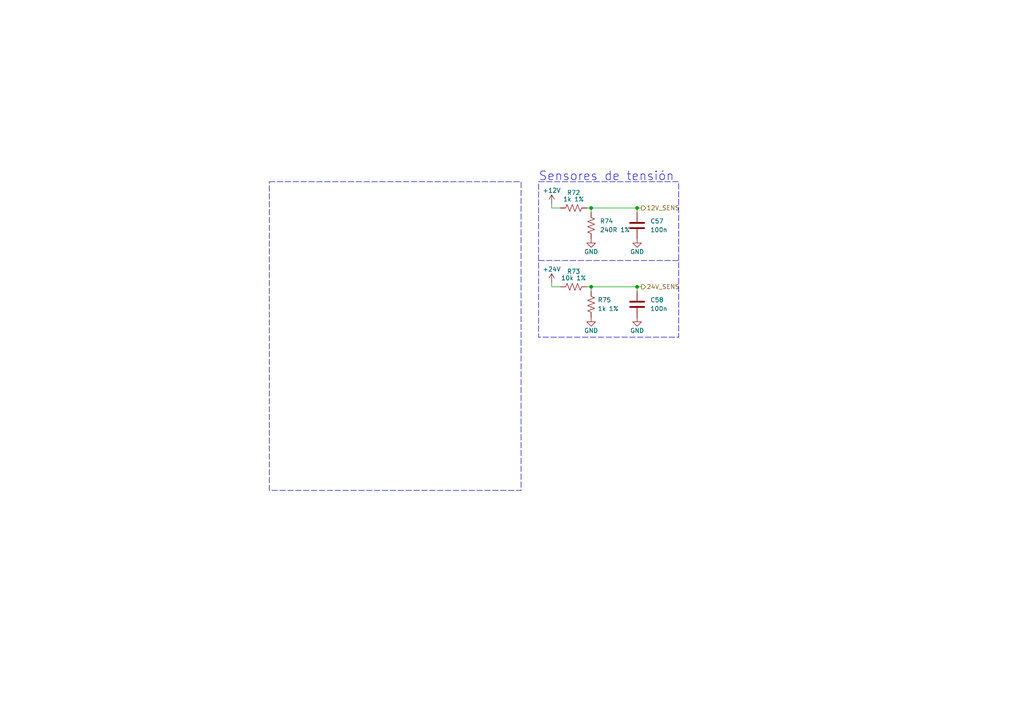
<source format=kicad_sch>
(kicad_sch (version 20250114) (generator "eeschema") (generator_version "9.0")
  (paper "A4")
  (lib_symbols
    (symbol "Device:C" (pin_numbers (hide yes)) (pin_names (offset 0.254))
      (property "Reference" "C" (at 0.635 2.54 0))
      (property "Value" "C" (at 0.635 -2.54 0))
      (symbol "C_0_1"
        (polyline (pts (xy -2.032 0.762) (xy 2.032 0.762)) (stroke (width 0.508)))
        (polyline (pts (xy -2.032 -0.762) (xy 2.032 -0.762)) (stroke (width 0.508)))
      )
      (symbol "C_1_1"
        (pin passive line (at 0 3.81 270) (length 2.794) (name "~") (number "1"))
        (pin passive line (at 0 -3.81 90) (length 2.794) (name "~") (number "2"))
      )
    )
    (symbol "Device:R_US" (pin_numbers (hide yes)) (pin_names (offset 0))
      (property "Reference" "R" (at 2.54 0 90))
      (property "Value" "R_US" (at -2.54 0 90))
      (symbol "R_US_0_1"
        (polyline (pts (xy 0 2.286) (xy 0 2.54)))
        (polyline (pts (xy 0 2.286) (xy 1.016 1.905) (xy 0 1.524) (xy -1.016 1.143) (xy 0 0.762)))
        (polyline (pts (xy 0 0.762) (xy 1.016 0.381) (xy 0 0) (xy -1.016 -0.381) (xy 0 -0.762)))
        (polyline (pts (xy 0 -0.762) (xy 1.016 -1.143) (xy 0 -1.524) (xy -1.016 -1.905) (xy 0 -2.286)))
        (polyline (pts (xy 0 -2.286) (xy 0 -2.54)))
      )
      (symbol "R_US_1_1"
        (pin passive line (at 0 3.81 270) (length 1.27) (name "~") (number "1"))
        (pin passive line (at 0 -3.81 90) (length 1.27) (name "~") (number "2"))
      )
    )
    (symbol "power:+12V" (power) (pin_numbers (hide yes)) (pin_names (offset 0) (hide yes))
      (property "Value" "+12V" (at 0 3.556 0))
      (symbol "+12V_0_1"
        (polyline (pts (xy -0.762 1.27) (xy 0 2.54)))
        (polyline (pts (xy 0 2.54) (xy 0.762 1.27)))
        (polyline (pts (xy 0 0) (xy 0 2.54)))
      )
      (symbol "+12V_1_1"
        (pin power_in line (at 0 0 90) (length 0) (name "~") (number "1"))
      )
    )
    (symbol "power:GND" (power) (pin_names (offset 0))
      (property "Value" "GND" (at 0 -3.81 0))
      (symbol "GND_0_1"
        (polyline (pts (xy 0 0) (xy 0 -1.27) (xy 1.27 -1.27) (xy 0 -2.54) (xy -1.27 -1.27) (xy 0 -1.27)))
      )
      (symbol "GND_1_1"
        (pin power_in line (at 0 0 270) (length 0) (hide yes) (name "GND") (number "1"))
      )
    )
  )
  (rectangle (start 156.21 52.705) (end 196.85 97.79) (stroke (width 0) (type dash)))
  (rectangle (start 78.105 52.705) (end 151.13 142.24) (stroke (width 0) (type dash)))
  (text "Sensores de tensión" (at 156.21 52.705 0) (effects (font (size 2.54 2.54)) (justify left bottom)))
  (junction (at 184.785 83.185))
  (junction (at 184.785 60.325))
  (junction (at 171.45 60.325))
  (junction (at 171.45 83.185))
  (wire (pts (xy 160.02 83.185) (xy 160.02 81.915)))
  (wire (pts (xy 171.45 61.595) (xy 171.45 60.325)))
  (wire (pts (xy 160.02 60.325) (xy 162.56 60.325)))
  (wire (pts (xy 160.02 60.325) (xy 160.02 59.055)))
  (wire (pts (xy 184.785 60.325) (xy 184.785 61.595)))
  (wire (pts (xy 184.785 60.325) (xy 186.055 60.325)))
  (wire (pts (xy 171.45 60.325) (xy 184.785 60.325)))
  (polyline (pts (xy 156.21 75.565) (xy 196.85 75.565)) (stroke (width 0) (type dash)))
  (wire (pts (xy 184.785 83.185) (xy 184.785 84.455)))
  (wire (pts (xy 171.45 83.185) (xy 171.45 84.455)))
  (wire (pts (xy 170.18 60.325) (xy 171.45 60.325)))
  (wire (pts (xy 184.785 83.185) (xy 186.055 83.185)))
  (wire (pts (xy 171.45 83.185) (xy 184.785 83.185)))
  (wire (pts (xy 170.18 83.185) (xy 171.45 83.185)))
  (wire (pts (xy 160.02 83.185) (xy 162.56 83.185)))
  (hierarchical_label "12V_SENS" (shape output) (at 186.055 60.325 0))
  (hierarchical_label "24V_SENS" (shape output) (at 186.055 83.185 0))
  (symbol (lib_id "power:GND") (at 171.45 69.215 0) (unit 1)
    (property "Reference" "#PWR0151" (effects (hide yes)))
    (property "Value" "GND" (at 171.45 73.025 0))
  )
  (symbol (lib_id "Device:R_US") (at 166.37 60.325 270) (unit 1)
    (property "Reference" "R72" (at 166.37 55.88 90))
    (property "Value" "1k 1%" (at 166.37 57.785 90))
    (property "Footprint" "Resistor_SMD:R_0603_1608Metric" (effects (hide yes)))
    (property "Datasheet" "https://www.lcsc.com/datasheet/lcsc_datasheet_2410121258_LIZ-Elec-CR0603FA1002G_C126901.pdf" (effects (hide yes)))
    (property "LCSC part" " C126901" (effects (hide yes)))
  )
  (symbol (lib_id "power:GND") (at 184.785 92.075 0) (unit 1)
    (property "Reference" "#PWR0154" (effects (hide yes)))
    (property "Value" "GND" (at 184.785 95.885 0))
  )
  (symbol (lib_id "Device:C") (at 184.785 88.265 0) (unit 1)
    (property "Reference" "C58" (at 188.595 86.9949 0) (effects (justify left)))
    (property "Value" "100n" (at 188.595 89.5349 0) (effects (justify left)))
    (property "Footprint" "Capacitor_SMD:C_0603_1608Metric" (effects (hide yes)))
    (property "Datasheet" "https://www.lcsc.com/datasheet/lcsc_datasheet_2208181800_FOJAN-FCC0603B104K500CT_C5137636.pdf" (effects (hide yes)))
    (property "LCSC part" " C5137636" (effects (hide yes)))
  )
  (symbol (lib_id "Device:C") (at 184.785 65.405 0) (unit 1)
    (property "Reference" "C57" (at 188.595 64.1349 0) (effects (justify left)))
    (property "Value" "100n" (at 188.595 66.6749 0) (effects (justify left)))
    (property "Footprint" "Capacitor_SMD:C_0603_1608Metric" (effects (hide yes)))
    (property "Datasheet" "https://www.lcsc.com/datasheet/lcsc_datasheet_2208181800_FOJAN-FCC0603B104K500CT_C5137636.pdf" (effects (hide yes)))
    (property "LCSC part" " C5137636" (effects (hide yes)))
  )
  (symbol (lib_id "Device:R_US") (at 171.45 88.265 180) (unit 1)
    (property "Reference" "R75" (at 173.355 86.995 0) (effects (justify right)))
    (property "Value" "1k 1%" (at 173.355 89.535 0) (effects (justify right)))
    (property "Footprint" "Resistor_SMD:R_0603_1608Metric" (effects (hide yes)))
    (property "Datasheet" "https://www.lcsc.com/datasheet/lcsc_datasheet_2304140030_RALEC-RTT031001FTP_C103198.pdf" (effects (hide yes)))
    (property "Sim.Device" "R" (effects (hide yes)))
    (property "Sim.Pins" "1=+ 2=-" (effects (hide yes)))
    (property "LCSC part" " C103198" (effects (hide yes)))
  )
  (symbol (lib_id "power:GND") (at 171.45 92.075 0) (unit 1)
    (property "Reference" "#PWR0152" (effects (hide yes)))
    (property "Value" "GND" (at 171.45 95.885 0))
  )
  (symbol (lib_id "power:GND") (at 184.785 69.215 0) (unit 1)
    (property "Reference" "#PWR0153" (effects (hide yes)))
    (property "Value" "GND" (at 184.785 73.025 0))
  )
  (symbol (lib_id "power:+12V") (at 160.02 81.915 0) (unit 1)
    (property "Reference" "#PWR0150" (effects (hide yes)))
    (property "Value" "+24V" (at 160.02 78.105 0))
    (property "Description" "Power symbol creates a global label with name \"+12V\"" (effects (hide yes)))
  )
  (symbol (lib_id "Device:R_US") (at 166.37 83.185 270) (unit 1)
    (property "Reference" "R73" (at 166.37 78.74 90))
    (property "Value" "10k 1%" (at 166.37 80.645 90))
    (property "Footprint" "Resistor_SMD:R_0603_1608Metric" (effects (hide yes)))
    (property "Datasheet" "https://www.lcsc.com/datasheet/lcsc_datasheet_2410121258_LIZ-Elec-CR0603FA1002G_C126901.pdf" (effects (hide yes)))
    (property "Sim.Device" "R" (effects (hide yes)))
    (property "Sim.Pins" "1=+ 2=-" (effects (hide yes)))
    (property "LCSC part" " C126901" (effects (hide yes)))
  )
  (symbol (lib_id "Device:R_US") (at 171.45 65.405 0) (unit 1)
    (property "Reference" "R74" (at 173.99 64.1349 0) (effects (justify left)))
    (property "Value" "240R 1%" (at 173.99 66.6749 0) (effects (justify left)))
    (property "Footprint" "Resistor_SMD:R_0603_1608Metric" (effects (hide yes)))
    (property "Datasheet" "https://www.lcsc.com/datasheet/lcsc_datasheet_2411220041_FH--Guangdong-Fenghua-Advanced-Tech-RS-03K2400FT_C286579.pdf" (effects (hide yes)))
    (property "LCSC part" " C286579" (effects (hide yes)))
  )
  (symbol (lib_id "power:+12V") (at 160.02 59.055 0) (unit 1)
    (property "Reference" "#PWR0149" (effects (hide yes)))
    (property "Value" "+12V" (at 160.02 55.245 0))
    (property "Description" "Power symbol creates a global label with name \"+12V\"" (effects (hide yes)))
  )
)
</source>
